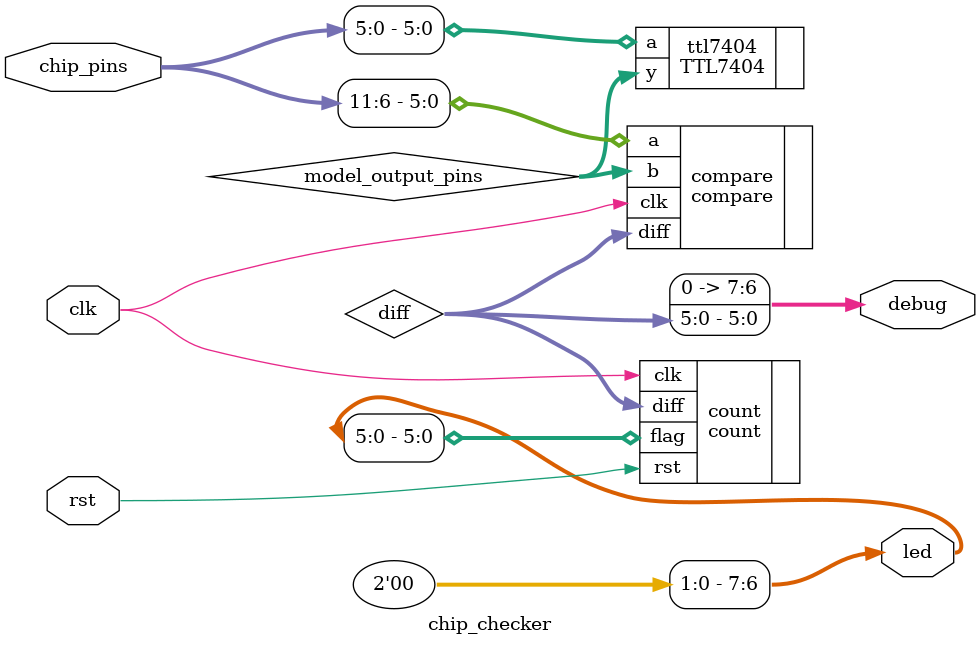
<source format=v>
`timescale 1ns / 1ps
module chip_checker(
    input clk,
	 input rst,
    input [19:0] chip_pins,
	 output [7:0] led,
	 output [7:0] debug
    );

wire [5:0] model_output_pins;
wire [5:0] diff;

TTL7404 ttl7404 (
	 .a(chip_pins[5:0]),
	 .y(model_output_pins)
	 );

compare#(6) compare (
	.clk(clk),
	.a(chip_pins[11:6]),
	.b(model_output_pins),
	.diff(diff[5:0])
	);

count#(6, 3) count (
	.clk(clk),
	.rst(rst),
	.diff(diff[5:0]),
	.flag(led[5:0])
	);

assign debug[5:0] = diff[5:0];

assign led[7:6] = 2'b00;
assign debug[7:6] = 2'b00;

endmodule

</source>
